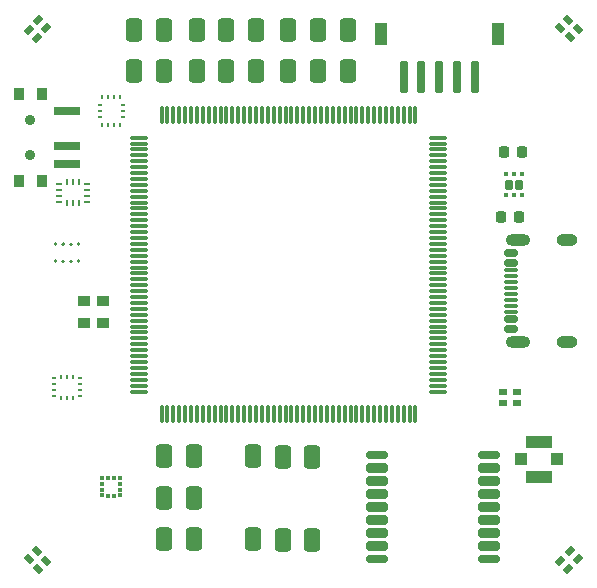
<source format=gtp>
%TF.GenerationSoftware,KiCad,Pcbnew,9.0.1-9.0.1-0~ubuntu24.04.1*%
%TF.CreationDate,2025-06-01T23:52:21-05:00*%
%TF.ProjectId,FC,46432e6b-6963-4616-945f-706362585858,rev?*%
%TF.SameCoordinates,Original*%
%TF.FileFunction,Paste,Top*%
%TF.FilePolarity,Positive*%
%FSLAX46Y46*%
G04 Gerber Fmt 4.6, Leading zero omitted, Abs format (unit mm)*
G04 Created by KiCad (PCBNEW 9.0.1-9.0.1-0~ubuntu24.04.1) date 2025-06-01 23:52:21*
%MOMM*%
%LPD*%
G01*
G04 APERTURE LIST*
G04 Aperture macros list*
%AMRoundRect*
0 Rectangle with rounded corners*
0 $1 Rounding radius*
0 $2 $3 $4 $5 $6 $7 $8 $9 X,Y pos of 4 corners*
0 Add a 4 corners polygon primitive as box body*
4,1,4,$2,$3,$4,$5,$6,$7,$8,$9,$2,$3,0*
0 Add four circle primitives for the rounded corners*
1,1,$1+$1,$2,$3*
1,1,$1+$1,$4,$5*
1,1,$1+$1,$6,$7*
1,1,$1+$1,$8,$9*
0 Add four rect primitives between the rounded corners*
20,1,$1+$1,$2,$3,$4,$5,0*
20,1,$1+$1,$4,$5,$6,$7,0*
20,1,$1+$1,$6,$7,$8,$9,0*
20,1,$1+$1,$8,$9,$2,$3,0*%
%AMRotRect*
0 Rectangle, with rotation*
0 The origin of the aperture is its center*
0 $1 length*
0 $2 width*
0 $3 Rotation angle, in degrees counterclockwise*
0 Add horizontal line*
21,1,$1,$2,0,0,$3*%
G04 Aperture macros list end*
%ADD10C,0.175000*%
%ADD11O,1.800000X1.000000*%
%ADD12O,2.100000X1.000000*%
%ADD13RoundRect,0.075000X0.500000X-0.075000X0.500000X0.075000X-0.500000X0.075000X-0.500000X-0.075000X0*%
%ADD14RoundRect,0.150000X0.425000X-0.150000X0.425000X0.150000X-0.425000X0.150000X-0.425000X-0.150000X0*%
%ADD15R,0.254000X0.431800*%
%ADD16R,0.431800X0.254000*%
%ADD17RoundRect,0.350000X-0.350000X-0.650000X0.350000X-0.650000X0.350000X0.650000X-0.350000X0.650000X0*%
%ADD18R,1.050000X1.000000*%
%ADD19R,2.200000X1.050000*%
%ADD20R,0.475000X0.250000*%
%ADD21R,0.250000X0.475000*%
%ADD22RoundRect,0.075000X-0.675000X-0.075000X0.675000X-0.075000X0.675000X0.075000X-0.675000X0.075000X0*%
%ADD23RoundRect,0.075000X-0.075000X-0.675000X0.075000X-0.675000X0.075000X0.675000X-0.075000X0.675000X0*%
%ADD24RoundRect,0.175000X0.175000X1.175000X-0.175000X1.175000X-0.175000X-1.175000X0.175000X-1.175000X0*%
%ADD25RoundRect,0.250000X0.300000X0.700000X-0.300000X0.700000X-0.300000X-0.700000X0.300000X-0.700000X0*%
%ADD26RotRect,0.762000X0.508000X45.000000*%
%ADD27RoundRect,0.350000X0.350000X0.650000X-0.350000X0.650000X-0.350000X-0.650000X0.350000X-0.650000X0*%
%ADD28R,0.762000X0.508000*%
%ADD29RoundRect,0.225000X-0.225000X-0.250000X0.225000X-0.250000X0.225000X0.250000X-0.225000X0.250000X0*%
%ADD30RoundRect,0.175000X-0.725000X-0.175000X0.725000X-0.175000X0.725000X0.175000X-0.725000X0.175000X0*%
%ADD31RoundRect,0.200000X-0.700000X-0.200000X0.700000X-0.200000X0.700000X0.200000X-0.700000X0.200000X0*%
%ADD32R,1.016000X0.838200*%
%ADD33RoundRect,0.172500X0.172500X-0.262500X0.172500X0.262500X-0.172500X0.262500X-0.172500X-0.262500X0*%
%ADD34RoundRect,0.093750X0.106250X-0.093750X0.106250X0.093750X-0.106250X0.093750X-0.106250X-0.093750X0*%
%ADD35RotRect,0.762000X0.508000X315.000000*%
%ADD36RotRect,0.762000X0.508000X225.000000*%
%ADD37RotRect,0.762000X0.508000X135.000000*%
%ADD38R,0.375000X0.350000*%
%ADD39R,0.350000X0.375000*%
%ADD40R,2.209800X0.762000*%
%ADD41C,0.889000*%
%ADD42R,0.812800X0.990600*%
G04 APERTURE END LIST*
D10*
%TO.C,U5*%
X154112500Y-70775000D02*
G75*
G02*
X153937500Y-70775000I-87500J0D01*
G01*
X153937500Y-70775000D02*
G75*
G02*
X154112500Y-70775000I87500J0D01*
G01*
X154112500Y-72225000D02*
G75*
G02*
X153937500Y-72225000I-87500J0D01*
G01*
X153937500Y-72225000D02*
G75*
G02*
X154112500Y-72225000I87500J0D01*
G01*
X154762500Y-70775000D02*
G75*
G02*
X154587500Y-70775000I-87500J0D01*
G01*
X154587500Y-70775000D02*
G75*
G02*
X154762500Y-70775000I87500J0D01*
G01*
X154762500Y-72225000D02*
G75*
G02*
X154587500Y-72225000I-87500J0D01*
G01*
X154587500Y-72225000D02*
G75*
G02*
X154762500Y-72225000I87500J0D01*
G01*
X155412500Y-70775000D02*
G75*
G02*
X155237500Y-70775000I-87500J0D01*
G01*
X155237500Y-70775000D02*
G75*
G02*
X155412500Y-70775000I87500J0D01*
G01*
X155412500Y-72225000D02*
G75*
G02*
X155237500Y-72225000I-87500J0D01*
G01*
X155237500Y-72225000D02*
G75*
G02*
X155412500Y-72225000I87500J0D01*
G01*
X156062500Y-70775000D02*
G75*
G02*
X155887500Y-70775000I-87500J0D01*
G01*
X155887500Y-70775000D02*
G75*
G02*
X156062500Y-70775000I87500J0D01*
G01*
X156062500Y-72225000D02*
G75*
G02*
X155887500Y-72225000I-87500J0D01*
G01*
X155887500Y-72225000D02*
G75*
G02*
X156062500Y-72225000I87500J0D01*
G01*
%TD*%
D11*
%TO.C,J1*%
X197325000Y-70430000D03*
D12*
X193145000Y-70430000D03*
D11*
X197325000Y-79070000D03*
D12*
X193145000Y-79070000D03*
D13*
X192570000Y-76500000D03*
X192570000Y-75500000D03*
X192570000Y-74000000D03*
X192570000Y-73000000D03*
D14*
X192570000Y-71550000D03*
X192570000Y-72350000D03*
D13*
X192570000Y-73500000D03*
X192570000Y-74500000D03*
X192570000Y-75000000D03*
X192570000Y-76000000D03*
D14*
X192570000Y-77150000D03*
X192570000Y-77950000D03*
%TD*%
D15*
%TO.C,U18*%
X157999999Y-60706500D03*
X158500000Y-60706500D03*
X159000000Y-60706500D03*
X159500001Y-60706500D03*
D16*
X159702500Y-59999999D03*
X159702500Y-59500000D03*
X159702500Y-59000001D03*
D15*
X159500001Y-58293500D03*
X159000000Y-58293500D03*
X158500000Y-58293500D03*
X157999999Y-58293500D03*
D16*
X157797500Y-59000001D03*
X157797500Y-59500000D03*
X157797500Y-59999999D03*
%TD*%
D17*
%TO.C,J17*%
X163250000Y-88750000D03*
%TD*%
%TO.C,J11*%
X171000000Y-56100000D03*
%TD*%
%TO.C,J19*%
X163250000Y-92250000D03*
%TD*%
D18*
%TO.C,J3*%
X193475000Y-89000000D03*
D19*
X195000000Y-90475000D03*
D18*
X196525000Y-89000000D03*
D19*
X195000000Y-87525000D03*
%TD*%
D20*
%TO.C,U4*%
X156662500Y-67162500D03*
X156662500Y-66662500D03*
X156662500Y-66162500D03*
X156662500Y-65662500D03*
D21*
X156000000Y-65500000D03*
X155500000Y-65500000D03*
X155000000Y-65500000D03*
D20*
X154337500Y-65662500D03*
X154337500Y-66162500D03*
X154337500Y-66662500D03*
X154337500Y-67162500D03*
D21*
X155000000Y-67325000D03*
X155500000Y-67325000D03*
X156000000Y-67325000D03*
%TD*%
D17*
%TO.C,J7*%
X173750000Y-56100000D03*
%TD*%
D22*
%TO.C,U10*%
X161075000Y-61750000D03*
X161075000Y-62250000D03*
X161075000Y-62750000D03*
X161075000Y-63250000D03*
X161075000Y-63750000D03*
X161075000Y-64250000D03*
X161075000Y-64750000D03*
X161075000Y-65250000D03*
X161075000Y-65750000D03*
X161075000Y-66250000D03*
X161075000Y-66750000D03*
X161075000Y-67250000D03*
X161075000Y-67750000D03*
X161075000Y-68250000D03*
X161075000Y-68750000D03*
X161075000Y-69250000D03*
X161075000Y-69750000D03*
X161075000Y-70250000D03*
X161075000Y-70750000D03*
X161075000Y-71250000D03*
X161075000Y-71750000D03*
X161075000Y-72250000D03*
X161075000Y-72750000D03*
X161075000Y-73250000D03*
X161075000Y-73750000D03*
X161075000Y-74250000D03*
X161075000Y-74750000D03*
X161075000Y-75250000D03*
X161075000Y-75750000D03*
X161075000Y-76250000D03*
X161075000Y-76750000D03*
X161075000Y-77250000D03*
X161075000Y-77750000D03*
X161075000Y-78250000D03*
X161075000Y-78750000D03*
X161075000Y-79250000D03*
X161075000Y-79750000D03*
X161075000Y-80250000D03*
X161075000Y-80750000D03*
X161075000Y-81250000D03*
X161075000Y-81750000D03*
X161075000Y-82250000D03*
X161075000Y-82750000D03*
X161075000Y-83250000D03*
D23*
X163000000Y-85175000D03*
X163500000Y-85175000D03*
X164000000Y-85175000D03*
X164500000Y-85175000D03*
X165000000Y-85175000D03*
X165500000Y-85175000D03*
X166000000Y-85175000D03*
X166500000Y-85175000D03*
X167000000Y-85175000D03*
X167500000Y-85175000D03*
X168000000Y-85175000D03*
X168500000Y-85175000D03*
X169000000Y-85175000D03*
X169500000Y-85175000D03*
X170000000Y-85175000D03*
X170500000Y-85175000D03*
X171000000Y-85175000D03*
X171500000Y-85175000D03*
X172000000Y-85175000D03*
X172500000Y-85175000D03*
X173000000Y-85175000D03*
X173500000Y-85175000D03*
X174000000Y-85175000D03*
X174500000Y-85175000D03*
X175000000Y-85175000D03*
X175500000Y-85175000D03*
X176000000Y-85175000D03*
X176500000Y-85175000D03*
X177000000Y-85175000D03*
X177500000Y-85175000D03*
X178000000Y-85175000D03*
X178500000Y-85175000D03*
X179000000Y-85175000D03*
X179500000Y-85175000D03*
X180000000Y-85175000D03*
X180500000Y-85175000D03*
X181000000Y-85175000D03*
X181500000Y-85175000D03*
X182000000Y-85175000D03*
X182500000Y-85175000D03*
X183000000Y-85175000D03*
X183500000Y-85175000D03*
X184000000Y-85175000D03*
X184500000Y-85175000D03*
D22*
X186425000Y-83250000D03*
X186425000Y-82750000D03*
X186425000Y-82250000D03*
X186425000Y-81750000D03*
X186425000Y-81250000D03*
X186425000Y-80750000D03*
X186425000Y-80250000D03*
X186425000Y-79750000D03*
X186425000Y-79250000D03*
X186425000Y-78750000D03*
X186425000Y-78250000D03*
X186425000Y-77750000D03*
X186425000Y-77250000D03*
X186425000Y-76750000D03*
X186425000Y-76250000D03*
X186425000Y-75750000D03*
X186425000Y-75250000D03*
X186425000Y-74750000D03*
X186425000Y-74250000D03*
X186425000Y-73750000D03*
X186425000Y-73250000D03*
X186425000Y-72750000D03*
X186425000Y-72250000D03*
X186425000Y-71750000D03*
X186425000Y-71250000D03*
X186425000Y-70750000D03*
X186425000Y-70250000D03*
X186425000Y-69750000D03*
X186425000Y-69250000D03*
X186425000Y-68750000D03*
X186425000Y-68250000D03*
X186425000Y-67750000D03*
X186425000Y-67250000D03*
X186425000Y-66750000D03*
X186425000Y-66250000D03*
X186425000Y-65750000D03*
X186425000Y-65250000D03*
X186425000Y-64750000D03*
X186425000Y-64250000D03*
X186425000Y-63750000D03*
X186425000Y-63250000D03*
X186425000Y-62750000D03*
X186425000Y-62250000D03*
X186425000Y-61750000D03*
D23*
X184500000Y-59825000D03*
X184000000Y-59825000D03*
X183500000Y-59825000D03*
X183000000Y-59825000D03*
X182500000Y-59825000D03*
X182000000Y-59825000D03*
X181500000Y-59825000D03*
X181000000Y-59825000D03*
X180500000Y-59825000D03*
X180000000Y-59825000D03*
X179500000Y-59825000D03*
X179000000Y-59825000D03*
X178500000Y-59825000D03*
X178000000Y-59825000D03*
X177500000Y-59825000D03*
X177000000Y-59825000D03*
X176500000Y-59825000D03*
X176000000Y-59825000D03*
X175500000Y-59825000D03*
X175000000Y-59825000D03*
X174500000Y-59825000D03*
X174000000Y-59825000D03*
X173500000Y-59825000D03*
X173000000Y-59825000D03*
X172500000Y-59825000D03*
X172000000Y-59825000D03*
X171500000Y-59825000D03*
X171000000Y-59825000D03*
X170500000Y-59825000D03*
X170000000Y-59825000D03*
X169500000Y-59825000D03*
X169000000Y-59825000D03*
X168500000Y-59825000D03*
X168000000Y-59825000D03*
X167500000Y-59825000D03*
X167000000Y-59825000D03*
X166500000Y-59825000D03*
X166000000Y-59825000D03*
X165500000Y-59825000D03*
X165000000Y-59825000D03*
X164500000Y-59825000D03*
X164000000Y-59825000D03*
X163500000Y-59825000D03*
X163000000Y-59825000D03*
%TD*%
D17*
%TO.C,J32*%
X160700000Y-56100000D03*
%TD*%
D24*
%TO.C,J4*%
X189500000Y-56650000D03*
X188000000Y-56650000D03*
X186500000Y-56650000D03*
X185000000Y-56650000D03*
X183500000Y-56650000D03*
D25*
X191450000Y-52950000D03*
X181550000Y-52950000D03*
%TD*%
D17*
%TO.C,J6*%
X176250000Y-56100000D03*
%TD*%
D26*
%TO.C,U12*%
X151769034Y-52637462D03*
X152440786Y-53309214D03*
X153250000Y-52500000D03*
X152578248Y-51828248D03*
%TD*%
D17*
%TO.C,J12*%
X168500000Y-56100000D03*
%TD*%
%TO.C,J27*%
X173250000Y-95800000D03*
%TD*%
D27*
%TO.C,J30*%
X163200000Y-52600000D03*
%TD*%
D17*
%TO.C,J22*%
X165750000Y-95750000D03*
%TD*%
D28*
%TO.C,U16*%
X191927799Y-83275000D03*
X191927799Y-84225000D03*
X193072201Y-84225000D03*
X193072201Y-83275000D03*
%TD*%
D17*
%TO.C,J14*%
X171000000Y-52600000D03*
%TD*%
D29*
%TO.C,C30*%
X191975000Y-63000000D03*
X193525000Y-63000000D03*
%TD*%
D17*
%TO.C,J16*%
X166000000Y-52600000D03*
%TD*%
D30*
%TO.C,U9*%
X181250000Y-88600000D03*
D31*
X181250000Y-89700000D03*
X181250000Y-90800000D03*
X181250000Y-91900000D03*
X181250000Y-93000000D03*
X181250000Y-94100000D03*
X181250000Y-95200000D03*
X181250000Y-96300000D03*
D30*
X181250000Y-97400000D03*
X190750000Y-97400000D03*
D31*
X190750000Y-96300000D03*
X190750000Y-95200000D03*
X190750000Y-94100000D03*
X190750000Y-93000000D03*
X190750000Y-91900000D03*
X190750000Y-90800000D03*
X190750000Y-89700000D03*
D30*
X190750000Y-88600000D03*
%TD*%
D17*
%TO.C,J5*%
X178750000Y-56100000D03*
%TD*%
D32*
%TO.C,U11*%
X156429801Y-75575001D03*
X156429801Y-77424999D03*
X158070199Y-77424999D03*
X158070199Y-75575001D03*
%TD*%
D17*
%TO.C,J15*%
X168500000Y-52600000D03*
%TD*%
%TO.C,J9*%
X176250000Y-52600000D03*
%TD*%
%TO.C,J10*%
X173750000Y-52600000D03*
%TD*%
D29*
%TO.C,C31*%
X191725000Y-68500000D03*
X193275000Y-68500000D03*
%TD*%
D33*
%TO.C,U1*%
X192450000Y-65750000D03*
X193250000Y-65750000D03*
D34*
X192200000Y-66637500D03*
X192850000Y-66637500D03*
X193500000Y-66637500D03*
X193500000Y-64862500D03*
X192850000Y-64862500D03*
X192200000Y-64862500D03*
%TD*%
D35*
%TO.C,U13*%
X197421752Y-51759517D03*
X196750000Y-52431269D03*
X197559214Y-53240483D03*
X198230966Y-52568731D03*
%TD*%
D17*
%TO.C,J33*%
X163200000Y-56100000D03*
%TD*%
%TO.C,J18*%
X165750000Y-88750000D03*
%TD*%
%TO.C,J28*%
X175750000Y-95800000D03*
%TD*%
%TO.C,J25*%
X175750000Y-88800000D03*
%TD*%
D27*
%TO.C,J31*%
X160700000Y-52600000D03*
%TD*%
D17*
%TO.C,J23*%
X170750000Y-88750000D03*
%TD*%
%TO.C,J8*%
X178750000Y-52600000D03*
%TD*%
%TO.C,J21*%
X163250000Y-95750000D03*
%TD*%
%TO.C,J24*%
X173250000Y-88800000D03*
%TD*%
%TO.C,J26*%
X170750000Y-95750000D03*
%TD*%
%TO.C,J20*%
X165750000Y-92250000D03*
%TD*%
D16*
%TO.C,U3*%
X156130299Y-83639001D03*
X156130299Y-83139000D03*
X156130299Y-82639000D03*
X156130299Y-82138999D03*
D15*
X155499998Y-82000000D03*
X154999999Y-82000000D03*
X154500000Y-82000000D03*
D16*
X153869699Y-82138999D03*
X153869699Y-82639000D03*
X153869699Y-83139000D03*
X153869699Y-83639001D03*
D15*
X154500000Y-83778000D03*
X154999999Y-83778000D03*
X155499998Y-83778000D03*
%TD*%
D36*
%TO.C,U15*%
X198240483Y-97431269D03*
X197568731Y-96759517D03*
X196759517Y-97568731D03*
X197431269Y-98240483D03*
%TD*%
D37*
%TO.C,U14*%
X152568731Y-98240483D03*
X153240483Y-97568731D03*
X152431269Y-96759517D03*
X151759517Y-97431269D03*
%TD*%
D17*
%TO.C,J13*%
X166000000Y-56100000D03*
%TD*%
D38*
%TO.C,U6*%
X157987500Y-90550000D03*
X157987500Y-91050000D03*
X157987500Y-91550000D03*
X157987500Y-92050000D03*
D39*
X158500000Y-92062500D03*
X159000000Y-92062500D03*
D38*
X159512500Y-92050000D03*
X159512500Y-91550000D03*
X159512500Y-91050000D03*
X159512500Y-90550000D03*
D39*
X159000000Y-90537500D03*
X158500000Y-90537500D03*
%TD*%
D40*
%TO.C,U17*%
X155000700Y-59499998D03*
X155000700Y-62500000D03*
X155000700Y-64000000D03*
D41*
X151900000Y-60250009D03*
X151900000Y-63250009D03*
D42*
X150935000Y-58099999D03*
X152865000Y-58099999D03*
X150935000Y-65399999D03*
X152865000Y-65399999D03*
%TD*%
M02*

</source>
